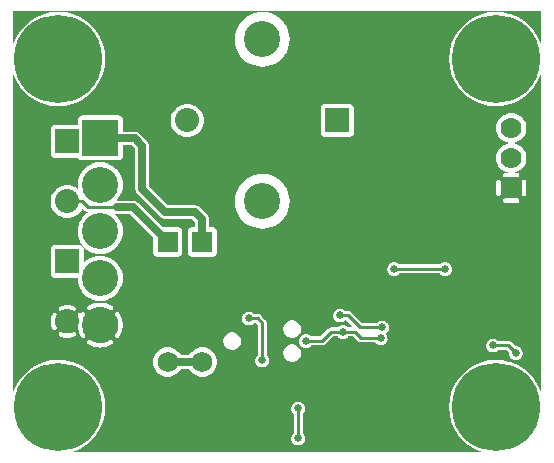
<source format=gbr>
G04 start of page 3 for group 1 idx 1 *
G04 Title: (unknown), bottom *
G04 Creator: pcb 20140316 *
G04 CreationDate: Mon 29 Jan 2018 01:11:03 AM GMT UTC *
G04 For: railfan *
G04 Format: Gerber/RS-274X *
G04 PCB-Dimensions (mil): 1800.00 1500.00 *
G04 PCB-Coordinate-Origin: lower left *
%MOIN*%
%FSLAX25Y25*%
%LNBOTTOM*%
%ADD50C,0.0380*%
%ADD49C,0.0600*%
%ADD48C,0.0390*%
%ADD47C,0.1285*%
%ADD46C,0.0480*%
%ADD45C,0.0120*%
%ADD44C,0.0260*%
%ADD43C,0.0680*%
%ADD42C,0.0800*%
%ADD41C,0.0700*%
%ADD40C,0.2937*%
%ADD39C,0.1200*%
%ADD38C,0.0250*%
%ADD37C,0.0100*%
%ADD36C,0.0001*%
G54D36*G36*
X36442Y46813D02*X36582Y46500D01*
X36764Y45967D01*
X36895Y45420D01*
X36974Y44862D01*
X37000Y44300D01*
X36974Y43738D01*
X36895Y43180D01*
X36764Y42633D01*
X36582Y42100D01*
X36442Y41787D01*
Y46813D01*
G37*
G36*
Y99213D02*X37235Y99214D01*
X37465Y99269D01*
X37683Y99359D01*
X37884Y99483D01*
X38064Y99636D01*
X38217Y99816D01*
X38341Y100017D01*
X38431Y100235D01*
X38486Y100465D01*
X38500Y100700D01*
X38496Y104250D01*
X41568D01*
X42750Y103068D01*
Y89588D01*
X42743Y89500D01*
X42771Y89147D01*
X42854Y88803D01*
X42989Y88475D01*
X43174Y88173D01*
X43174Y88173D01*
X43404Y87904D01*
X43471Y87847D01*
X50847Y80471D01*
X50904Y80404D01*
X51173Y80174D01*
X51173Y80174D01*
X51361Y80059D01*
X51475Y79989D01*
X51803Y79854D01*
X52147Y79771D01*
X52147D01*
X52500Y79743D01*
X52588Y79750D01*
X61500D01*
Y76886D01*
X61365Y76886D01*
X61135Y76831D01*
X60917Y76741D01*
X60716Y76617D01*
X60536Y76464D01*
X60383Y76284D01*
X60259Y76083D01*
X60169Y75865D01*
X60114Y75635D01*
X60100Y75400D01*
X60114Y68365D01*
X60169Y68135D01*
X60259Y67917D01*
X60383Y67716D01*
X60536Y67536D01*
X60716Y67383D01*
X60917Y67259D01*
X61135Y67169D01*
X61365Y67114D01*
X61500Y67106D01*
Y35447D01*
X61024Y34889D01*
X60632Y34250D01*
X57868D01*
X57476Y34889D01*
X56976Y35476D01*
X56389Y35976D01*
X55731Y36379D01*
X55019Y36675D01*
X54269Y36855D01*
X53500Y36915D01*
X52731Y36855D01*
X51981Y36675D01*
X51269Y36379D01*
X50611Y35976D01*
X50024Y35476D01*
X49524Y34889D01*
X49121Y34231D01*
X48825Y33519D01*
X48645Y32769D01*
X48585Y32000D01*
X48645Y31231D01*
X48825Y30481D01*
X49121Y29769D01*
X49524Y29111D01*
X50024Y28524D01*
X50611Y28024D01*
X51269Y27621D01*
X51981Y27325D01*
X52731Y27145D01*
X53500Y27085D01*
X54269Y27145D01*
X55019Y27325D01*
X55731Y27621D01*
X56389Y28024D01*
X56976Y28524D01*
X57476Y29111D01*
X57868Y29750D01*
X60632D01*
X61024Y29111D01*
X61500Y28553D01*
Y2000D01*
X36442D01*
Y39995D01*
X36522Y39967D01*
X36638Y39947D01*
X36757Y39946D01*
X36873Y39963D01*
X36986Y39998D01*
X37092Y40050D01*
X37188Y40118D01*
X37273Y40200D01*
X37342Y40296D01*
X37696Y40904D01*
X37985Y41547D01*
X38213Y42214D01*
X38376Y42899D01*
X38475Y43596D01*
X38508Y44300D01*
X38475Y45004D01*
X38376Y45701D01*
X38213Y46386D01*
X37985Y47053D01*
X37696Y47696D01*
X37349Y48308D01*
X37278Y48404D01*
X37193Y48487D01*
X37095Y48556D01*
X36989Y48609D01*
X36875Y48644D01*
X36757Y48661D01*
X36638Y48659D01*
X36521Y48639D01*
X36442Y48612D01*
Y54723D01*
X37086Y55478D01*
X37703Y56485D01*
X38155Y57575D01*
X38431Y58723D01*
X38500Y59900D01*
X38431Y61077D01*
X38155Y62225D01*
X37703Y63315D01*
X37086Y64322D01*
X36442Y65077D01*
Y70323D01*
X37086Y71078D01*
X37703Y72085D01*
X38155Y73175D01*
X38431Y74323D01*
X38500Y75500D01*
X38431Y76677D01*
X38155Y77825D01*
X37703Y78915D01*
X37086Y79922D01*
X36442Y80677D01*
Y81253D01*
X36500Y81250D01*
X41068D01*
X48603Y73715D01*
X48614Y68365D01*
X48669Y68135D01*
X48759Y67917D01*
X48883Y67716D01*
X49036Y67536D01*
X49216Y67383D01*
X49417Y67259D01*
X49635Y67169D01*
X49865Y67114D01*
X50100Y67100D01*
X57135Y67114D01*
X57365Y67169D01*
X57583Y67259D01*
X57784Y67383D01*
X57964Y67536D01*
X58117Y67716D01*
X58241Y67917D01*
X58331Y68135D01*
X58386Y68365D01*
X58400Y68600D01*
X58386Y75635D01*
X58331Y75865D01*
X58241Y76083D01*
X58117Y76284D01*
X57964Y76464D01*
X57784Y76617D01*
X57583Y76741D01*
X57365Y76831D01*
X57135Y76886D01*
X56900Y76900D01*
X51792Y76890D01*
X43653Y85029D01*
X43596Y85096D01*
X43327Y85326D01*
X43025Y85511D01*
X42697Y85646D01*
X42353Y85729D01*
X42353Y85729D01*
X42000Y85757D01*
X41912Y85750D01*
X36500D01*
X36442Y85747D01*
Y85923D01*
X37086Y86678D01*
X37703Y87685D01*
X38155Y88775D01*
X38431Y89923D01*
X38500Y91100D01*
X38431Y92277D01*
X38155Y93425D01*
X37703Y94515D01*
X37086Y95522D01*
X36442Y96277D01*
Y99213D01*
G37*
G36*
Y149000D02*X61500D01*
Y117796D01*
X60863Y117949D01*
X60000Y118017D01*
X59137Y117949D01*
X58295Y117747D01*
X57495Y117416D01*
X56757Y116963D01*
X56099Y116401D01*
X55537Y115743D01*
X55084Y115005D01*
X54753Y114205D01*
X54551Y113363D01*
X54483Y112500D01*
X54551Y111637D01*
X54753Y110795D01*
X55084Y109995D01*
X55537Y109257D01*
X56099Y108599D01*
X56757Y108037D01*
X57495Y107584D01*
X58295Y107253D01*
X59137Y107051D01*
X60000Y106983D01*
X60863Y107051D01*
X61500Y107204D01*
Y84250D01*
X53432D01*
X47250Y90432D01*
Y103912D01*
X47257Y104000D01*
X47229Y104353D01*
X47146Y104697D01*
X47107Y104793D01*
X47011Y105025D01*
X46896Y105212D01*
X46826Y105327D01*
X46826Y105327D01*
X46596Y105596D01*
X46529Y105653D01*
X44153Y108029D01*
X44096Y108096D01*
X43827Y108326D01*
X43525Y108511D01*
X43197Y108646D01*
X42853Y108729D01*
X42853Y108729D01*
X42500Y108757D01*
X42412Y108750D01*
X38491D01*
X38486Y112935D01*
X38431Y113165D01*
X38341Y113383D01*
X38217Y113584D01*
X38064Y113764D01*
X37884Y113917D01*
X37683Y114041D01*
X37465Y114131D01*
X37235Y114186D01*
X37000Y114200D01*
X36442Y114199D01*
Y149000D01*
G37*
G36*
Y80677D02*X36320Y80820D01*
X35593Y81440D01*
X35803Y81354D01*
X36147Y81271D01*
X36442Y81253D01*
Y80677D01*
G37*
G36*
Y85747D02*X36268Y85736D01*
X36320Y85780D01*
X36442Y85923D01*
Y85747D01*
G37*
G36*
X31003Y52377D02*X32177Y52469D01*
X33325Y52745D01*
X34415Y53197D01*
X35422Y53814D01*
X36320Y54580D01*
X36442Y54723D01*
Y48612D01*
X36408Y48601D01*
X36302Y48545D01*
X36207Y48474D01*
X36124Y48389D01*
X36055Y48291D01*
X36003Y48185D01*
X35967Y48071D01*
X35950Y47953D01*
X35952Y47834D01*
X35972Y47717D01*
X36010Y47604D01*
X36068Y47500D01*
X36351Y47014D01*
X36442Y46813D01*
Y41787D01*
X36351Y41586D01*
X36073Y41097D01*
X36016Y40994D01*
X35978Y40882D01*
X35958Y40765D01*
X35957Y40647D01*
X35974Y40531D01*
X36009Y40418D01*
X36061Y40312D01*
X36129Y40215D01*
X36211Y40131D01*
X36306Y40060D01*
X36410Y40005D01*
X36442Y39995D01*
Y2000D01*
X31003D01*
Y9834D01*
X31018Y9858D01*
X31962Y12138D01*
X32539Y14539D01*
X32684Y17000D01*
X32539Y19461D01*
X31962Y21862D01*
X31018Y24142D01*
X31003Y24166D01*
Y36792D01*
X31704Y36825D01*
X32401Y36924D01*
X33086Y37087D01*
X33753Y37315D01*
X34396Y37604D01*
X35008Y37951D01*
X35104Y38022D01*
X35187Y38107D01*
X35256Y38205D01*
X35309Y38311D01*
X35344Y38425D01*
X35361Y38543D01*
X35359Y38662D01*
X35339Y38779D01*
X35301Y38892D01*
X35245Y38998D01*
X35174Y39093D01*
X35089Y39176D01*
X34991Y39245D01*
X34885Y39297D01*
X34771Y39333D01*
X34653Y39350D01*
X34534Y39348D01*
X34417Y39328D01*
X34304Y39290D01*
X34200Y39232D01*
X33714Y38949D01*
X33200Y38718D01*
X32667Y38536D01*
X32120Y38405D01*
X31562Y38326D01*
X31003Y38300D01*
Y50300D01*
X31562Y50274D01*
X32120Y50195D01*
X32667Y50064D01*
X33200Y49882D01*
X33714Y49651D01*
X34203Y49373D01*
X34306Y49316D01*
X34418Y49278D01*
X34535Y49258D01*
X34653Y49257D01*
X34769Y49274D01*
X34882Y49309D01*
X34988Y49361D01*
X35085Y49429D01*
X35169Y49511D01*
X35240Y49606D01*
X35295Y49710D01*
X35333Y49822D01*
X35353Y49938D01*
X35354Y50057D01*
X35337Y50173D01*
X35302Y50286D01*
X35250Y50392D01*
X35182Y50488D01*
X35100Y50573D01*
X35004Y50642D01*
X34396Y50996D01*
X33753Y51285D01*
X33086Y51513D01*
X32401Y51676D01*
X31704Y51775D01*
X31003Y51808D01*
Y52377D01*
G37*
G36*
Y67977D02*X32177Y68069D01*
X33325Y68345D01*
X34415Y68797D01*
X35422Y69414D01*
X36320Y70180D01*
X36442Y70323D01*
Y65077D01*
X36320Y65220D01*
X35422Y65986D01*
X34415Y66603D01*
X33325Y67055D01*
X32177Y67331D01*
X31003Y67423D01*
Y67977D01*
G37*
G36*
Y99207D02*X36442Y99213D01*
Y96277D01*
X36320Y96420D01*
X35422Y97186D01*
X34415Y97803D01*
X33325Y98255D01*
X32177Y98531D01*
X31003Y98623D01*
Y99207D01*
G37*
G36*
Y125834D02*X31018Y125858D01*
X31962Y128138D01*
X32539Y130539D01*
X32684Y133000D01*
X32539Y135461D01*
X31962Y137862D01*
X31018Y140142D01*
X31003Y140166D01*
Y149000D01*
X36442D01*
Y114199D01*
X31003Y114193D01*
Y125834D01*
G37*
G36*
Y2000D02*X21705D01*
X21862Y2038D01*
X24142Y2982D01*
X26247Y4272D01*
X28124Y5876D01*
X29728Y7753D01*
X31003Y9834D01*
Y2000D01*
G37*
G36*
Y140166D02*X29728Y142247D01*
X28124Y144124D01*
X26247Y145728D01*
X24142Y147018D01*
X21862Y147962D01*
X19461Y148539D01*
X17000Y148732D01*
X14539Y148539D01*
X12138Y147962D01*
X9858Y147018D01*
X7753Y145728D01*
X5876Y144124D01*
X4272Y142247D01*
X2982Y140142D01*
X2038Y137862D01*
X2000Y137705D01*
Y149000D01*
X31003D01*
Y140166D01*
G37*
G36*
X24764Y55722D02*X24914Y55478D01*
X25680Y54580D01*
X26578Y53814D01*
X27585Y53197D01*
X28675Y52745D01*
X29823Y52469D01*
X31000Y52377D01*
X31003Y52377D01*
Y51808D01*
X31000Y51808D01*
X30296Y51775D01*
X29599Y51676D01*
X28914Y51513D01*
X28247Y51285D01*
X27604Y50996D01*
X26992Y50649D01*
X26896Y50578D01*
X26813Y50493D01*
X26744Y50395D01*
X26691Y50289D01*
X26656Y50175D01*
X26639Y50057D01*
X26641Y49938D01*
X26661Y49821D01*
X26699Y49708D01*
X26755Y49602D01*
X26826Y49507D01*
X26911Y49424D01*
X27009Y49355D01*
X27115Y49303D01*
X27229Y49267D01*
X27347Y49250D01*
X27466Y49252D01*
X27583Y49272D01*
X27696Y49310D01*
X27800Y49368D01*
X28286Y49651D01*
X28800Y49882D01*
X29333Y50064D01*
X29880Y50195D01*
X30438Y50274D01*
X31000Y50300D01*
X31003Y50300D01*
Y38300D01*
X31000Y38300D01*
X30438Y38326D01*
X29880Y38405D01*
X29333Y38536D01*
X28800Y38718D01*
X28286Y38949D01*
X27797Y39227D01*
X27694Y39284D01*
X27582Y39322D01*
X27465Y39342D01*
X27347Y39343D01*
X27231Y39326D01*
X27118Y39291D01*
X27012Y39239D01*
X26915Y39171D01*
X26831Y39089D01*
X26760Y38994D01*
X26705Y38890D01*
X26667Y38778D01*
X26647Y38662D01*
X26646Y38543D01*
X26663Y38427D01*
X26698Y38314D01*
X26750Y38208D01*
X26818Y38112D01*
X26900Y38027D01*
X26996Y37958D01*
X27604Y37604D01*
X28247Y37315D01*
X28914Y37087D01*
X29599Y36924D01*
X30296Y36825D01*
X31000Y36792D01*
X31003Y36792D01*
Y24166D01*
X29728Y26247D01*
X28124Y28124D01*
X26247Y29728D01*
X24764Y30636D01*
Y40154D01*
X24807Y40113D01*
X24905Y40044D01*
X25011Y39991D01*
X25125Y39956D01*
X25243Y39939D01*
X25362Y39941D01*
X25479Y39961D01*
X25592Y39999D01*
X25698Y40055D01*
X25793Y40126D01*
X25876Y40211D01*
X25945Y40309D01*
X25997Y40415D01*
X26033Y40529D01*
X26050Y40647D01*
X26048Y40766D01*
X26028Y40883D01*
X25990Y40996D01*
X25932Y41100D01*
X25649Y41586D01*
X25418Y42100D01*
X25236Y42633D01*
X25105Y43180D01*
X25077Y43382D01*
X25122Y43480D01*
X25289Y43969D01*
X25409Y44472D01*
X25482Y44984D01*
X25506Y45500D01*
X25482Y46016D01*
X25415Y46490D01*
X25418Y46500D01*
X25649Y47014D01*
X25927Y47503D01*
X25984Y47606D01*
X26022Y47718D01*
X26042Y47835D01*
X26043Y47953D01*
X26026Y48069D01*
X25991Y48182D01*
X25939Y48288D01*
X25871Y48385D01*
X25789Y48469D01*
X25694Y48540D01*
X25590Y48595D01*
X25478Y48633D01*
X25362Y48653D01*
X25243Y48654D01*
X25127Y48637D01*
X25014Y48602D01*
X24908Y48550D01*
X24812Y48482D01*
X24764Y48436D01*
Y55722D01*
G37*
G36*
Y71322D02*X24914Y71078D01*
X25680Y70180D01*
X26578Y69414D01*
X27585Y68797D01*
X28675Y68345D01*
X29823Y68069D01*
X31000Y67977D01*
X31003Y67977D01*
Y67423D01*
X31000Y67423D01*
X29823Y67331D01*
X28675Y67055D01*
X27585Y66603D01*
X26578Y65986D01*
X25680Y65220D01*
X25494Y65002D01*
X25486Y69735D01*
X25431Y69965D01*
X25341Y70183D01*
X25217Y70384D01*
X25064Y70564D01*
X24884Y70717D01*
X24764Y70791D01*
Y71322D01*
G37*
G36*
Y82749D02*X24916Y82995D01*
X25053Y83326D01*
X25898Y82481D01*
X25936Y82436D01*
X26116Y82283D01*
X26317Y82159D01*
X26535Y82069D01*
X26765Y82014D01*
X27000Y81995D01*
X27059Y82000D01*
X27253D01*
X26578Y81586D01*
X25680Y80820D01*
X24914Y79922D01*
X24764Y79678D01*
Y82749D01*
G37*
G36*
Y99214D02*X24765Y99214D01*
X25000Y99200D01*
X31003Y99207D01*
Y98623D01*
X31000Y98623D01*
X29823Y98531D01*
X28675Y98255D01*
X27585Y97803D01*
X26578Y97186D01*
X25680Y96420D01*
X24914Y95522D01*
X24764Y95278D01*
Y99214D01*
G37*
G36*
Y119364D02*X26247Y120272D01*
X28124Y121876D01*
X29728Y123753D01*
X31003Y125834D01*
Y114193D01*
X24765Y114186D01*
X24764Y114186D01*
Y119364D01*
G37*
G36*
X20002Y60007D02*X23486Y60013D01*
X23477Y59900D01*
X23569Y58723D01*
X23845Y57575D01*
X24297Y56485D01*
X24764Y55722D01*
Y48436D01*
X24727Y48400D01*
X24658Y48304D01*
X24646Y48283D01*
X24580Y48323D01*
X24471Y48369D01*
X24355Y48397D01*
X24237Y48406D01*
X24119Y48397D01*
X24003Y48370D01*
X23893Y48324D01*
X23792Y48262D01*
X23702Y48186D01*
X23624Y48095D01*
X23562Y47994D01*
X23516Y47885D01*
X23489Y47769D01*
X23479Y47651D01*
X23488Y47532D01*
X23516Y47417D01*
X23563Y47308D01*
X23721Y46968D01*
X23842Y46612D01*
X23851Y46574D01*
X23787Y46386D01*
X23624Y45701D01*
X23525Y45004D01*
X23492Y44300D01*
X23525Y43596D01*
X23525Y43594D01*
X23520Y43582D01*
X23493Y43467D01*
X23483Y43349D01*
X23493Y43232D01*
X23521Y43117D01*
X23566Y43008D01*
X23621Y42919D01*
X23624Y42899D01*
X23787Y42214D01*
X24015Y41547D01*
X24304Y40904D01*
X24651Y40292D01*
X24722Y40196D01*
X24764Y40154D01*
Y30636D01*
X24142Y31018D01*
X21862Y31962D01*
X20002Y32409D01*
Y39994D01*
X20516Y40018D01*
X21028Y40091D01*
X21531Y40211D01*
X22020Y40378D01*
X22492Y40590D01*
X22593Y40651D01*
X22684Y40728D01*
X22761Y40818D01*
X22823Y40920D01*
X22869Y41029D01*
X22897Y41145D01*
X22906Y41263D01*
X22897Y41381D01*
X22870Y41497D01*
X22824Y41607D01*
X22762Y41708D01*
X22686Y41798D01*
X22595Y41876D01*
X22494Y41938D01*
X22385Y41984D01*
X22269Y42011D01*
X22151Y42021D01*
X22032Y42012D01*
X21917Y41984D01*
X21808Y41937D01*
X21468Y41779D01*
X21112Y41658D01*
X20747Y41570D01*
X20375Y41518D01*
X20002Y41500D01*
Y49500D01*
X20375Y49482D01*
X20747Y49430D01*
X21112Y49342D01*
X21468Y49221D01*
X21810Y49067D01*
X21918Y49020D01*
X22033Y48993D01*
X22151Y48983D01*
X22268Y48993D01*
X22383Y49021D01*
X22492Y49066D01*
X22593Y49128D01*
X22682Y49205D01*
X22759Y49295D01*
X22820Y49395D01*
X22865Y49504D01*
X22893Y49619D01*
X22902Y49737D01*
X22892Y49855D01*
X22865Y49969D01*
X22819Y50078D01*
X22757Y50179D01*
X22681Y50269D01*
X22591Y50345D01*
X22489Y50405D01*
X22020Y50622D01*
X21531Y50789D01*
X21028Y50909D01*
X20516Y50982D01*
X20002Y51006D01*
Y60007D01*
G37*
G36*
Y79983D02*X20863Y80051D01*
X21705Y80253D01*
X22505Y80584D01*
X23243Y81037D01*
X23901Y81599D01*
X24463Y82257D01*
X24764Y82749D01*
Y79678D01*
X24297Y78915D01*
X23845Y77825D01*
X23569Y76677D01*
X23477Y75500D01*
X23569Y74323D01*
X23845Y73175D01*
X24297Y72085D01*
X24764Y71322D01*
Y70791D01*
X24683Y70841D01*
X24465Y70931D01*
X24235Y70986D01*
X24000Y71000D01*
X20002Y70993D01*
Y79983D01*
G37*
G36*
Y100007D02*X23662Y100013D01*
X23783Y99816D01*
X23936Y99636D01*
X24116Y99483D01*
X24317Y99359D01*
X24535Y99269D01*
X24764Y99214D01*
Y95278D01*
X24297Y94515D01*
X23845Y93425D01*
X23569Y92277D01*
X23477Y91100D01*
X23569Y89923D01*
X23642Y89623D01*
X23243Y89963D01*
X22505Y90416D01*
X21705Y90747D01*
X20863Y90949D01*
X20002Y91017D01*
Y100007D01*
G37*
G36*
Y117591D02*X21862Y118038D01*
X24142Y118982D01*
X24764Y119364D01*
Y114186D01*
X24535Y114131D01*
X24317Y114041D01*
X24116Y113917D01*
X23936Y113764D01*
X23783Y113584D01*
X23659Y113383D01*
X23569Y113165D01*
X23514Y112935D01*
X23500Y112700D01*
X23502Y110999D01*
X20002Y110993D01*
Y117591D01*
G37*
G36*
X15507Y60080D02*X15535Y60069D01*
X15765Y60014D01*
X16000Y60000D01*
X20002Y60007D01*
Y51006D01*
X20000Y51006D01*
X19484Y50982D01*
X18972Y50909D01*
X18469Y50789D01*
X17980Y50622D01*
X17508Y50410D01*
X17407Y50349D01*
X17316Y50272D01*
X17239Y50182D01*
X17177Y50080D01*
X17131Y49971D01*
X17103Y49855D01*
X17094Y49737D01*
X17103Y49619D01*
X17130Y49503D01*
X17176Y49393D01*
X17238Y49292D01*
X17314Y49202D01*
X17405Y49124D01*
X17506Y49062D01*
X17615Y49016D01*
X17731Y48989D01*
X17849Y48979D01*
X17968Y48988D01*
X18083Y49016D01*
X18192Y49063D01*
X18532Y49221D01*
X18888Y49342D01*
X19253Y49430D01*
X19625Y49482D01*
X20000Y49500D01*
X20002Y49500D01*
Y41500D01*
X20000Y41500D01*
X19625Y41518D01*
X19253Y41570D01*
X18888Y41658D01*
X18532Y41779D01*
X18190Y41933D01*
X18082Y41980D01*
X17967Y42007D01*
X17849Y42017D01*
X17732Y42007D01*
X17617Y41979D01*
X17508Y41934D01*
X17407Y41872D01*
X17318Y41795D01*
X17241Y41705D01*
X17180Y41605D01*
X17135Y41496D01*
X17107Y41381D01*
X17098Y41263D01*
X17108Y41145D01*
X17135Y41031D01*
X17181Y40922D01*
X17243Y40821D01*
X17319Y40731D01*
X17409Y40655D01*
X17511Y40595D01*
X17980Y40378D01*
X18469Y40211D01*
X18972Y40091D01*
X19484Y40018D01*
X20000Y39994D01*
X20002Y39994D01*
Y32409D01*
X19461Y32539D01*
X17000Y32732D01*
X15507Y32615D01*
Y42640D01*
X15529Y42631D01*
X15645Y42603D01*
X15763Y42594D01*
X15881Y42603D01*
X15997Y42630D01*
X16107Y42676D01*
X16208Y42738D01*
X16298Y42814D01*
X16376Y42905D01*
X16438Y43006D01*
X16484Y43115D01*
X16511Y43231D01*
X16521Y43349D01*
X16512Y43468D01*
X16484Y43583D01*
X16437Y43692D01*
X16279Y44032D01*
X16158Y44388D01*
X16070Y44753D01*
X16018Y45125D01*
X16000Y45500D01*
X16018Y45875D01*
X16070Y46247D01*
X16158Y46612D01*
X16279Y46968D01*
X16433Y47310D01*
X16480Y47418D01*
X16507Y47533D01*
X16517Y47651D01*
X16507Y47768D01*
X16479Y47883D01*
X16434Y47992D01*
X16372Y48093D01*
X16295Y48182D01*
X16205Y48259D01*
X16105Y48320D01*
X15996Y48365D01*
X15881Y48393D01*
X15763Y48402D01*
X15645Y48392D01*
X15531Y48365D01*
X15507Y48355D01*
Y60080D01*
G37*
G36*
Y82305D02*X15537Y82257D01*
X16099Y81599D01*
X16757Y81037D01*
X17495Y80584D01*
X18295Y80253D01*
X19137Y80051D01*
X20000Y79983D01*
X20002Y79983D01*
Y70993D01*
X15765Y70986D01*
X15535Y70931D01*
X15507Y70920D01*
Y82305D01*
G37*
G36*
Y100080D02*X15535Y100069D01*
X15765Y100014D01*
X16000Y100000D01*
X20002Y100007D01*
Y91017D01*
X20000Y91017D01*
X19137Y90949D01*
X18295Y90747D01*
X17495Y90416D01*
X16757Y89963D01*
X16099Y89401D01*
X15537Y88743D01*
X15507Y88695D01*
Y100080D01*
G37*
G36*
Y117385D02*X17000Y117268D01*
X19461Y117461D01*
X20002Y117591D01*
Y110993D01*
X15765Y110986D01*
X15535Y110931D01*
X15507Y110920D01*
Y117385D01*
G37*
G36*
X2000Y21705D02*Y128295D01*
X2038Y128138D01*
X2982Y125858D01*
X4272Y123753D01*
X5876Y121876D01*
X7753Y120272D01*
X9858Y118982D01*
X12138Y118038D01*
X14539Y117461D01*
X15507Y117385D01*
Y110920D01*
X15317Y110841D01*
X15116Y110717D01*
X14936Y110564D01*
X14783Y110384D01*
X14659Y110183D01*
X14569Y109965D01*
X14514Y109735D01*
X14500Y109500D01*
X14514Y101265D01*
X14569Y101035D01*
X14659Y100817D01*
X14783Y100616D01*
X14936Y100436D01*
X15116Y100283D01*
X15317Y100159D01*
X15507Y100080D01*
Y88695D01*
X15084Y88005D01*
X14753Y87205D01*
X14551Y86363D01*
X14483Y85500D01*
X14551Y84637D01*
X14753Y83795D01*
X15084Y82995D01*
X15507Y82305D01*
Y70920D01*
X15317Y70841D01*
X15116Y70717D01*
X14936Y70564D01*
X14783Y70384D01*
X14659Y70183D01*
X14569Y69965D01*
X14514Y69735D01*
X14500Y69500D01*
X14514Y61265D01*
X14569Y61035D01*
X14659Y60817D01*
X14783Y60616D01*
X14936Y60436D01*
X15116Y60283D01*
X15317Y60159D01*
X15507Y60080D01*
Y48355D01*
X15422Y48319D01*
X15321Y48257D01*
X15231Y48181D01*
X15155Y48091D01*
X15095Y47989D01*
X14878Y47520D01*
X14711Y47031D01*
X14591Y46528D01*
X14518Y46016D01*
X14494Y45500D01*
X14518Y44984D01*
X14591Y44472D01*
X14711Y43969D01*
X14878Y43480D01*
X15090Y43008D01*
X15151Y42907D01*
X15228Y42816D01*
X15318Y42739D01*
X15420Y42677D01*
X15507Y42640D01*
Y32615D01*
X14539Y32539D01*
X12138Y31962D01*
X9858Y31018D01*
X7753Y29728D01*
X5876Y28124D01*
X4272Y26247D01*
X2982Y24142D01*
X2038Y21862D01*
X2000Y21705D01*
G37*
G36*
X94995Y149000D02*X99500D01*
Y41307D01*
X99139Y41279D01*
X98787Y41194D01*
X98453Y41056D01*
X98144Y40866D01*
X97869Y40631D01*
X97634Y40356D01*
X97444Y40047D01*
X97306Y39713D01*
X97221Y39361D01*
X97193Y39000D01*
X97221Y38639D01*
X97306Y38287D01*
X97444Y37953D01*
X97634Y37644D01*
X97869Y37369D01*
X98144Y37134D01*
X98453Y36944D01*
X98787Y36806D01*
X99139Y36721D01*
X99500Y36693D01*
Y36000D01*
X97779D01*
X97637Y36343D01*
X97394Y36739D01*
X97092Y37092D01*
X96739Y37394D01*
X96343Y37637D01*
X95914Y37814D01*
X95463Y37923D01*
X95000Y37959D01*
X94995Y37959D01*
Y40041D01*
X95000Y40041D01*
X95463Y40077D01*
X95914Y40186D01*
X96343Y40363D01*
X96739Y40606D01*
X97092Y40908D01*
X97394Y41261D01*
X97637Y41657D01*
X97814Y42086D01*
X97923Y42537D01*
X97950Y43000D01*
X97923Y43463D01*
X97814Y43914D01*
X97637Y44343D01*
X97394Y44739D01*
X97092Y45092D01*
X96739Y45394D01*
X96343Y45637D01*
X95914Y45814D01*
X95463Y45923D01*
X95000Y45959D01*
X94995Y45959D01*
Y149000D01*
G37*
G36*
X84986D02*X94995D01*
Y45959D01*
X94537Y45923D01*
X94086Y45814D01*
X93657Y45637D01*
X93261Y45394D01*
X92908Y45092D01*
X92606Y44739D01*
X92363Y44343D01*
X92186Y43914D01*
X92077Y43463D01*
X92041Y43000D01*
X92077Y42537D01*
X92186Y42086D01*
X92363Y41657D01*
X92606Y41261D01*
X92908Y40908D01*
X93261Y40606D01*
X93657Y40363D01*
X94086Y40186D01*
X94537Y40077D01*
X94995Y40041D01*
Y37959D01*
X94537Y37923D01*
X94086Y37814D01*
X93657Y37637D01*
X93261Y37394D01*
X92908Y37092D01*
X92606Y36739D01*
X92363Y36343D01*
X92221Y36000D01*
X86500D01*
Y44941D01*
X86505Y45000D01*
X86486Y45235D01*
X86486Y45235D01*
X86431Y45465D01*
X86341Y45683D01*
X86217Y45884D01*
X86064Y46064D01*
X86019Y46102D01*
X84986Y47135D01*
Y76373D01*
X85000Y76372D01*
X86428Y76484D01*
X87821Y76819D01*
X89144Y77367D01*
X90365Y78115D01*
X91455Y79045D01*
X92385Y80135D01*
X93133Y81356D01*
X93681Y82679D01*
X94016Y84072D01*
X94100Y85500D01*
X94016Y86928D01*
X93681Y88321D01*
X93133Y89644D01*
X92385Y90865D01*
X91455Y91955D01*
X90365Y92885D01*
X89144Y93633D01*
X87821Y94181D01*
X86428Y94516D01*
X85000Y94628D01*
X84986Y94627D01*
Y130373D01*
X85000Y130372D01*
X86428Y130484D01*
X87821Y130819D01*
X89144Y131367D01*
X90365Y132115D01*
X91455Y133045D01*
X92385Y134135D01*
X93133Y135356D01*
X93681Y136679D01*
X94016Y138072D01*
X94100Y139500D01*
X94016Y140928D01*
X93681Y142321D01*
X93133Y143644D01*
X92385Y144865D01*
X91455Y145955D01*
X90365Y146885D01*
X89144Y147633D01*
X87821Y148181D01*
X86428Y148516D01*
X85000Y148628D01*
X84986Y148627D01*
Y149000D01*
G37*
G36*
X74995D02*X84986D01*
Y148627D01*
X83572Y148516D01*
X82179Y148181D01*
X80856Y147633D01*
X79635Y146885D01*
X78545Y145955D01*
X77615Y144865D01*
X76867Y143644D01*
X76319Y142321D01*
X75984Y140928D01*
X75872Y139500D01*
X75984Y138072D01*
X76319Y136679D01*
X76867Y135356D01*
X77615Y134135D01*
X78545Y133045D01*
X79635Y132115D01*
X80856Y131367D01*
X82179Y130819D01*
X83572Y130484D01*
X84986Y130373D01*
Y94627D01*
X83572Y94516D01*
X82179Y94181D01*
X80856Y93633D01*
X79635Y92885D01*
X78545Y91955D01*
X77615Y90865D01*
X76867Y89644D01*
X76319Y88321D01*
X75984Y86928D01*
X75872Y85500D01*
X75984Y84072D01*
X76319Y82679D01*
X76867Y81356D01*
X77615Y80135D01*
X78545Y79045D01*
X79635Y78115D01*
X80856Y77367D01*
X82179Y76819D01*
X83572Y76484D01*
X84986Y76373D01*
Y47135D01*
X84602Y47519D01*
X84564Y47564D01*
X84384Y47717D01*
X84183Y47841D01*
X83965Y47931D01*
X83735Y47986D01*
X83735Y47986D01*
X83500Y48005D01*
X83441Y48000D01*
X82244D01*
X82131Y48131D01*
X81856Y48366D01*
X81547Y48556D01*
X81213Y48694D01*
X80861Y48779D01*
X80500Y48807D01*
X80139Y48779D01*
X79787Y48694D01*
X79453Y48556D01*
X79144Y48366D01*
X78869Y48131D01*
X78634Y47856D01*
X78444Y47547D01*
X78306Y47213D01*
X78221Y46861D01*
X78193Y46500D01*
X78221Y46139D01*
X78306Y45787D01*
X78444Y45453D01*
X78634Y45144D01*
X78869Y44869D01*
X79144Y44634D01*
X79453Y44444D01*
X79787Y44306D01*
X80139Y44221D01*
X80500Y44193D01*
X80861Y44221D01*
X81213Y44306D01*
X81547Y44444D01*
X81856Y44634D01*
X82131Y44869D01*
X82244Y45000D01*
X82879D01*
X83500Y44379D01*
Y36000D01*
X74995D01*
Y36041D01*
X75000Y36041D01*
X75463Y36077D01*
X75914Y36186D01*
X76343Y36363D01*
X76739Y36606D01*
X77092Y36908D01*
X77394Y37261D01*
X77637Y37657D01*
X77814Y38086D01*
X77923Y38537D01*
X77950Y39000D01*
X77923Y39463D01*
X77814Y39914D01*
X77637Y40343D01*
X77394Y40739D01*
X77092Y41092D01*
X76739Y41394D01*
X76343Y41637D01*
X75914Y41814D01*
X75463Y41923D01*
X75000Y41959D01*
X74995Y41959D01*
Y149000D01*
G37*
G36*
X58000Y36000D02*Y67578D01*
X58117Y67716D01*
X58241Y67917D01*
X58331Y68135D01*
X58386Y68365D01*
X58400Y68600D01*
X58386Y75635D01*
X58331Y75865D01*
X58241Y76083D01*
X58117Y76284D01*
X58000Y76422D01*
Y79750D01*
X61568D01*
X62750Y78568D01*
Y76889D01*
X61365Y76886D01*
X61135Y76831D01*
X60917Y76741D01*
X60716Y76617D01*
X60536Y76464D01*
X60383Y76284D01*
X60259Y76083D01*
X60169Y75865D01*
X60114Y75635D01*
X60100Y75400D01*
X60114Y68365D01*
X60169Y68135D01*
X60259Y67917D01*
X60383Y67716D01*
X60536Y67536D01*
X60716Y67383D01*
X60917Y67259D01*
X61135Y67169D01*
X61365Y67114D01*
X61600Y67100D01*
X68635Y67114D01*
X68865Y67169D01*
X69083Y67259D01*
X69284Y67383D01*
X69464Y67536D01*
X69617Y67716D01*
X69741Y67917D01*
X69831Y68135D01*
X69886Y68365D01*
X69900Y68600D01*
X69886Y75635D01*
X69831Y75865D01*
X69741Y76083D01*
X69617Y76284D01*
X69464Y76464D01*
X69284Y76617D01*
X69083Y76741D01*
X68865Y76831D01*
X68635Y76886D01*
X68400Y76900D01*
X67250Y76898D01*
Y79412D01*
X67257Y79500D01*
X67229Y79853D01*
X67229Y79853D01*
X67146Y80197D01*
X67011Y80525D01*
X66826Y80827D01*
X66596Y81096D01*
X66529Y81153D01*
X64153Y83529D01*
X64096Y83596D01*
X63827Y83826D01*
X63525Y84011D01*
X63197Y84146D01*
X62853Y84229D01*
X62853Y84229D01*
X62500Y84257D01*
X62412Y84250D01*
X58000D01*
Y107375D01*
X58295Y107253D01*
X59137Y107051D01*
X60000Y106983D01*
X60863Y107051D01*
X61705Y107253D01*
X62505Y107584D01*
X63243Y108037D01*
X63901Y108599D01*
X64463Y109257D01*
X64916Y109995D01*
X65247Y110795D01*
X65449Y111637D01*
X65500Y112500D01*
X65449Y113363D01*
X65247Y114205D01*
X64916Y115005D01*
X64463Y115743D01*
X63901Y116401D01*
X63243Y116963D01*
X62505Y117416D01*
X61705Y117747D01*
X60863Y117949D01*
X60000Y118017D01*
X59137Y117949D01*
X58295Y117747D01*
X58000Y117625D01*
Y149000D01*
X74995D01*
Y41959D01*
X74537Y41923D01*
X74086Y41814D01*
X73657Y41637D01*
X73261Y41394D01*
X72908Y41092D01*
X72606Y40739D01*
X72363Y40343D01*
X72186Y39914D01*
X72077Y39463D01*
X72041Y39000D01*
X72077Y38537D01*
X72186Y38086D01*
X72363Y37657D01*
X72606Y37261D01*
X72908Y36908D01*
X73261Y36606D01*
X73657Y36363D01*
X74086Y36186D01*
X74537Y36077D01*
X74995Y36041D01*
Y36000D01*
X67851D01*
X67231Y36379D01*
X66519Y36675D01*
X65769Y36855D01*
X65000Y36915D01*
X64231Y36855D01*
X63481Y36675D01*
X62769Y36379D01*
X62149Y36000D01*
X58000D01*
G37*
G36*
X96996Y40826D02*X97092Y40908D01*
X97394Y41261D01*
X97637Y41657D01*
X97779Y42000D01*
X105879D01*
X104379Y40500D01*
X101244D01*
X101131Y40631D01*
X100856Y40866D01*
X100547Y41056D01*
X100213Y41194D01*
X99861Y41279D01*
X99500Y41307D01*
X99139Y41279D01*
X98787Y41194D01*
X98453Y41056D01*
X98144Y40866D01*
X97869Y40631D01*
X97634Y40356D01*
X97444Y40047D01*
X97306Y39713D01*
X97221Y39361D01*
X97193Y39000D01*
X97221Y38639D01*
X97306Y38287D01*
X97444Y37953D01*
X97634Y37644D01*
X97869Y37369D01*
X98144Y37134D01*
X98453Y36944D01*
X98787Y36806D01*
X99139Y36721D01*
X99500Y36693D01*
X99861Y36721D01*
X100213Y36806D01*
X100547Y36944D01*
X100856Y37134D01*
X101131Y37369D01*
X101244Y37500D01*
X104941D01*
X105000Y37495D01*
X105235Y37514D01*
X105235Y37514D01*
X105465Y37569D01*
X105683Y37659D01*
X105884Y37783D01*
X106064Y37936D01*
X106102Y37981D01*
X108621Y40500D01*
X110256D01*
X110369Y40369D01*
X110644Y40134D01*
X110953Y39944D01*
X111287Y39806D01*
X111639Y39721D01*
X112000Y39693D01*
X112361Y39721D01*
X112713Y39806D01*
X113047Y39944D01*
X113356Y40134D01*
X113631Y40369D01*
X113744Y40500D01*
X115379D01*
X116898Y38981D01*
X116936Y38936D01*
X117115Y38783D01*
X117116Y38783D01*
X117317Y38659D01*
X117535Y38569D01*
X117765Y38514D01*
X118000Y38495D01*
X118059Y38500D01*
X122756D01*
X122869Y38369D01*
X123144Y38134D01*
X123453Y37944D01*
X123787Y37806D01*
X124139Y37721D01*
X124500Y37693D01*
X124861Y37721D01*
X125213Y37806D01*
X125547Y37944D01*
X125856Y38134D01*
X126131Y38369D01*
X126366Y38644D01*
X126556Y38953D01*
X126694Y39287D01*
X126779Y39639D01*
X126800Y40000D01*
X126779Y40361D01*
X126694Y40713D01*
X126556Y41047D01*
X126366Y41356D01*
X126207Y41542D01*
X126356Y41634D01*
X126631Y41869D01*
X126744Y42000D01*
X145500D01*
Y2000D01*
X96996D01*
Y4193D01*
X97000Y4193D01*
X97361Y4221D01*
X97713Y4306D01*
X98047Y4444D01*
X98356Y4634D01*
X98631Y4869D01*
X98866Y5144D01*
X99056Y5453D01*
X99194Y5787D01*
X99279Y6139D01*
X99300Y6500D01*
X99279Y6861D01*
X99194Y7213D01*
X99056Y7547D01*
X98866Y7856D01*
X98631Y8131D01*
X98500Y8244D01*
Y14756D01*
X98631Y14869D01*
X98866Y15144D01*
X99056Y15453D01*
X99194Y15787D01*
X99279Y16139D01*
X99300Y16500D01*
X99279Y16861D01*
X99194Y17213D01*
X99056Y17547D01*
X98866Y17856D01*
X98631Y18131D01*
X98356Y18366D01*
X98047Y18556D01*
X97713Y18694D01*
X97361Y18779D01*
X97000Y18807D01*
X96996Y18807D01*
Y32826D01*
X97092Y32908D01*
X97394Y33261D01*
X97637Y33657D01*
X97814Y34086D01*
X97923Y34537D01*
X97950Y35000D01*
X97923Y35463D01*
X97814Y35914D01*
X97637Y36343D01*
X97394Y36739D01*
X97092Y37092D01*
X96996Y37174D01*
Y40826D01*
G37*
G36*
X74995Y42000D02*X83500D01*
Y34244D01*
X83369Y34131D01*
X83134Y33856D01*
X82944Y33547D01*
X82806Y33213D01*
X82721Y32861D01*
X82693Y32500D01*
X82721Y32139D01*
X82806Y31787D01*
X82944Y31453D01*
X83134Y31144D01*
X83369Y30869D01*
X83644Y30634D01*
X83953Y30444D01*
X84287Y30306D01*
X84639Y30221D01*
X85000Y30193D01*
X85361Y30221D01*
X85713Y30306D01*
X86047Y30444D01*
X86356Y30634D01*
X86631Y30869D01*
X86866Y31144D01*
X87056Y31453D01*
X87194Y31787D01*
X87279Y32139D01*
X87300Y32500D01*
X87279Y32861D01*
X87194Y33213D01*
X87056Y33547D01*
X86866Y33856D01*
X86631Y34131D01*
X86500Y34244D01*
Y42000D01*
X92221D01*
X92363Y41657D01*
X92606Y41261D01*
X92908Y40908D01*
X93261Y40606D01*
X93657Y40363D01*
X94086Y40186D01*
X94537Y40077D01*
X95000Y40041D01*
X95463Y40077D01*
X95914Y40186D01*
X96343Y40363D01*
X96739Y40606D01*
X96996Y40826D01*
Y37174D01*
X96739Y37394D01*
X96343Y37637D01*
X95914Y37814D01*
X95463Y37923D01*
X95000Y37959D01*
X94537Y37923D01*
X94086Y37814D01*
X93657Y37637D01*
X93261Y37394D01*
X92908Y37092D01*
X92606Y36739D01*
X92363Y36343D01*
X92186Y35914D01*
X92077Y35463D01*
X92041Y35000D01*
X92077Y34537D01*
X92186Y34086D01*
X92363Y33657D01*
X92606Y33261D01*
X92908Y32908D01*
X93261Y32606D01*
X93657Y32363D01*
X94086Y32186D01*
X94537Y32077D01*
X95000Y32041D01*
X95463Y32077D01*
X95914Y32186D01*
X96343Y32363D01*
X96739Y32606D01*
X96996Y32826D01*
Y18807D01*
X96639Y18779D01*
X96287Y18694D01*
X95953Y18556D01*
X95644Y18366D01*
X95369Y18131D01*
X95134Y17856D01*
X94944Y17547D01*
X94806Y17213D01*
X94721Y16861D01*
X94693Y16500D01*
X94721Y16139D01*
X94806Y15787D01*
X94944Y15453D01*
X95134Y15144D01*
X95369Y14869D01*
X95500Y14756D01*
Y8244D01*
X95369Y8131D01*
X95134Y7856D01*
X94944Y7547D01*
X94806Y7213D01*
X94721Y6861D01*
X94693Y6500D01*
X94721Y6139D01*
X94806Y5787D01*
X94944Y5453D01*
X95134Y5144D01*
X95369Y4869D01*
X95644Y4634D01*
X95953Y4444D01*
X96287Y4306D01*
X96639Y4221D01*
X96996Y4193D01*
Y2000D01*
X74995D01*
Y36041D01*
X75000Y36041D01*
X75463Y36077D01*
X75914Y36186D01*
X76343Y36363D01*
X76739Y36606D01*
X77092Y36908D01*
X77394Y37261D01*
X77637Y37657D01*
X77814Y38086D01*
X77923Y38537D01*
X77950Y39000D01*
X77923Y39463D01*
X77814Y39914D01*
X77637Y40343D01*
X77394Y40739D01*
X77092Y41092D01*
X76739Y41394D01*
X76343Y41637D01*
X75914Y41814D01*
X75463Y41923D01*
X75000Y41959D01*
X74995Y41959D01*
Y42000D01*
G37*
G36*
X59242D02*X74995D01*
Y41959D01*
X74537Y41923D01*
X74086Y41814D01*
X73657Y41637D01*
X73261Y41394D01*
X72908Y41092D01*
X72606Y40739D01*
X72363Y40343D01*
X72186Y39914D01*
X72077Y39463D01*
X72041Y39000D01*
X72077Y38537D01*
X72186Y38086D01*
X72363Y37657D01*
X72606Y37261D01*
X72908Y36908D01*
X73261Y36606D01*
X73657Y36363D01*
X74086Y36186D01*
X74537Y36077D01*
X74995Y36041D01*
Y2000D01*
X59242D01*
Y29750D01*
X60632D01*
X61024Y29111D01*
X61524Y28524D01*
X62111Y28024D01*
X62769Y27621D01*
X63481Y27325D01*
X64231Y27145D01*
X65000Y27085D01*
X65769Y27145D01*
X66519Y27325D01*
X67231Y27621D01*
X67889Y28024D01*
X68476Y28524D01*
X68976Y29111D01*
X69379Y29769D01*
X69675Y30481D01*
X69855Y31231D01*
X69900Y32000D01*
X69855Y32769D01*
X69675Y33519D01*
X69379Y34231D01*
X68976Y34889D01*
X68476Y35476D01*
X67889Y35976D01*
X67231Y36379D01*
X66519Y36675D01*
X65769Y36855D01*
X65000Y36915D01*
X64231Y36855D01*
X63481Y36675D01*
X62769Y36379D01*
X62111Y35976D01*
X61524Y35476D01*
X61024Y34889D01*
X60632Y34250D01*
X59242D01*
Y42000D01*
G37*
G36*
X43500Y2000D02*Y42000D01*
X59242D01*
Y34250D01*
X57868D01*
X57476Y34889D01*
X56976Y35476D01*
X56389Y35976D01*
X55731Y36379D01*
X55019Y36675D01*
X54269Y36855D01*
X53500Y36915D01*
X52731Y36855D01*
X51981Y36675D01*
X51269Y36379D01*
X50611Y35976D01*
X50024Y35476D01*
X49524Y34889D01*
X49121Y34231D01*
X48825Y33519D01*
X48645Y32769D01*
X48585Y32000D01*
X48645Y31231D01*
X48825Y30481D01*
X49121Y29769D01*
X49524Y29111D01*
X50024Y28524D01*
X50611Y28024D01*
X51269Y27621D01*
X51981Y27325D01*
X52731Y27145D01*
X53500Y27085D01*
X54269Y27145D01*
X55019Y27325D01*
X55731Y27621D01*
X56389Y28024D01*
X56976Y28524D01*
X57476Y29111D01*
X57868Y29750D01*
X59242D01*
Y2000D01*
X43500D01*
G37*
G36*
X112246Y45566D02*X112356Y45634D01*
X112631Y45869D01*
X112744Y46000D01*
X112879D01*
X115379Y43500D01*
X113744D01*
X113631Y43631D01*
X113356Y43866D01*
X113047Y44056D01*
X112713Y44194D01*
X112361Y44279D01*
X112246Y44288D01*
Y45566D01*
G37*
G36*
X145500Y30000D02*X112246D01*
Y39712D01*
X112361Y39721D01*
X112713Y39806D01*
X113047Y39944D01*
X113356Y40134D01*
X113631Y40369D01*
X113744Y40500D01*
X115379D01*
X116898Y38981D01*
X116936Y38936D01*
X117115Y38783D01*
X117116Y38783D01*
X117317Y38659D01*
X117535Y38569D01*
X117765Y38514D01*
X118000Y38495D01*
X118059Y38500D01*
X122756D01*
X122869Y38369D01*
X123144Y38134D01*
X123453Y37944D01*
X123787Y37806D01*
X124139Y37721D01*
X124500Y37693D01*
X124861Y37721D01*
X125213Y37806D01*
X125547Y37944D01*
X125856Y38134D01*
X126131Y38369D01*
X126366Y38644D01*
X126556Y38953D01*
X126694Y39287D01*
X126779Y39639D01*
X126800Y40000D01*
X126779Y40361D01*
X126694Y40713D01*
X126556Y41047D01*
X126366Y41356D01*
X126207Y41542D01*
X126356Y41634D01*
X126631Y41869D01*
X126866Y42144D01*
X127056Y42453D01*
X127194Y42787D01*
X127279Y43139D01*
X127300Y43500D01*
X127279Y43861D01*
X127194Y44213D01*
X127056Y44547D01*
X126866Y44856D01*
X126631Y45131D01*
X126356Y45366D01*
X126047Y45556D01*
X125713Y45694D01*
X125361Y45779D01*
X125000Y45807D01*
X124639Y45779D01*
X124287Y45694D01*
X123953Y45556D01*
X123644Y45366D01*
X123369Y45131D01*
X123256Y45000D01*
X118121D01*
X114602Y48519D01*
X114564Y48564D01*
X114384Y48717D01*
X114183Y48841D01*
X113965Y48931D01*
X113735Y48986D01*
X113735Y48986D01*
X113500Y49005D01*
X113441Y49000D01*
X112744D01*
X112631Y49131D01*
X112356Y49366D01*
X112246Y49434D01*
Y107011D01*
X114235Y107014D01*
X114465Y107069D01*
X114683Y107159D01*
X114884Y107283D01*
X115064Y107436D01*
X115217Y107616D01*
X115341Y107817D01*
X115431Y108035D01*
X115486Y108265D01*
X115500Y108500D01*
X115486Y116735D01*
X115431Y116965D01*
X115341Y117183D01*
X115217Y117384D01*
X115064Y117564D01*
X114884Y117717D01*
X114683Y117841D01*
X114465Y117931D01*
X114235Y117986D01*
X114000Y118000D01*
X112246Y117997D01*
Y149000D01*
X145500D01*
Y65245D01*
X145287Y65194D01*
X144953Y65056D01*
X144644Y64866D01*
X144369Y64631D01*
X144256Y64500D01*
X130744D01*
X130631Y64631D01*
X130356Y64866D01*
X130047Y65056D01*
X129713Y65194D01*
X129361Y65279D01*
X129000Y65307D01*
X128639Y65279D01*
X128287Y65194D01*
X127953Y65056D01*
X127644Y64866D01*
X127369Y64631D01*
X127134Y64356D01*
X126944Y64047D01*
X126806Y63713D01*
X126721Y63361D01*
X126693Y63000D01*
X126721Y62639D01*
X126806Y62287D01*
X126944Y61953D01*
X127134Y61644D01*
X127369Y61369D01*
X127644Y61134D01*
X127953Y60944D01*
X128287Y60806D01*
X128639Y60721D01*
X129000Y60693D01*
X129361Y60721D01*
X129713Y60806D01*
X130047Y60944D01*
X130356Y61134D01*
X130631Y61369D01*
X130744Y61500D01*
X144256D01*
X144369Y61369D01*
X144644Y61134D01*
X144953Y60944D01*
X145287Y60806D01*
X145500Y60755D01*
Y30000D01*
G37*
G36*
X82746Y45000D02*X82879D01*
X83500Y44379D01*
Y34244D01*
X83369Y34131D01*
X83134Y33856D01*
X82944Y33547D01*
X82806Y33213D01*
X82746Y32966D01*
Y45000D01*
G37*
G36*
X112246Y30000D02*X94995D01*
Y32041D01*
X95000Y32041D01*
X95463Y32077D01*
X95914Y32186D01*
X96343Y32363D01*
X96739Y32606D01*
X97092Y32908D01*
X97394Y33261D01*
X97637Y33657D01*
X97814Y34086D01*
X97923Y34537D01*
X97950Y35000D01*
X97923Y35463D01*
X97814Y35914D01*
X97637Y36343D01*
X97394Y36739D01*
X97092Y37092D01*
X96739Y37394D01*
X96343Y37637D01*
X95914Y37814D01*
X95463Y37923D01*
X95000Y37959D01*
X94995Y37959D01*
Y40041D01*
X95000Y40041D01*
X95463Y40077D01*
X95914Y40186D01*
X96343Y40363D01*
X96739Y40606D01*
X97092Y40908D01*
X97394Y41261D01*
X97637Y41657D01*
X97814Y42086D01*
X97923Y42537D01*
X97950Y43000D01*
X97923Y43463D01*
X97814Y43914D01*
X97637Y44343D01*
X97394Y44739D01*
X97092Y45092D01*
X96739Y45394D01*
X96343Y45637D01*
X95914Y45814D01*
X95463Y45923D01*
X95000Y45959D01*
X94995Y45959D01*
Y149000D01*
X112246D01*
Y117997D01*
X105765Y117986D01*
X105535Y117931D01*
X105317Y117841D01*
X105116Y117717D01*
X104936Y117564D01*
X104783Y117384D01*
X104659Y117183D01*
X104569Y116965D01*
X104514Y116735D01*
X104500Y116500D01*
X104514Y108265D01*
X104569Y108035D01*
X104659Y107817D01*
X104783Y107616D01*
X104936Y107436D01*
X105116Y107283D01*
X105317Y107159D01*
X105535Y107069D01*
X105765Y107014D01*
X106000Y107000D01*
X112246Y107011D01*
Y49434D01*
X112047Y49556D01*
X111713Y49694D01*
X111361Y49779D01*
X111000Y49807D01*
X110639Y49779D01*
X110287Y49694D01*
X109953Y49556D01*
X109644Y49366D01*
X109369Y49131D01*
X109134Y48856D01*
X108944Y48547D01*
X108806Y48213D01*
X108721Y47861D01*
X108693Y47500D01*
X108721Y47139D01*
X108806Y46787D01*
X108944Y46453D01*
X109134Y46144D01*
X109369Y45869D01*
X109644Y45634D01*
X109953Y45444D01*
X110287Y45306D01*
X110639Y45221D01*
X111000Y45193D01*
X111361Y45221D01*
X111713Y45306D01*
X112047Y45444D01*
X112246Y45566D01*
Y44288D01*
X112000Y44307D01*
X111639Y44279D01*
X111287Y44194D01*
X110953Y44056D01*
X110644Y43866D01*
X110369Y43631D01*
X110256Y43500D01*
X108059D01*
X108000Y43505D01*
X107765Y43486D01*
X107535Y43431D01*
X107317Y43341D01*
X107116Y43217D01*
X107115Y43217D01*
X106936Y43064D01*
X106898Y43019D01*
X104379Y40500D01*
X101244D01*
X101131Y40631D01*
X100856Y40866D01*
X100547Y41056D01*
X100213Y41194D01*
X99861Y41279D01*
X99500Y41307D01*
X99139Y41279D01*
X98787Y41194D01*
X98453Y41056D01*
X98144Y40866D01*
X97869Y40631D01*
X97634Y40356D01*
X97444Y40047D01*
X97306Y39713D01*
X97221Y39361D01*
X97193Y39000D01*
X97221Y38639D01*
X97306Y38287D01*
X97444Y37953D01*
X97634Y37644D01*
X97869Y37369D01*
X98144Y37134D01*
X98453Y36944D01*
X98787Y36806D01*
X99139Y36721D01*
X99500Y36693D01*
X99861Y36721D01*
X100213Y36806D01*
X100547Y36944D01*
X100856Y37134D01*
X101131Y37369D01*
X101244Y37500D01*
X104941D01*
X105000Y37495D01*
X105235Y37514D01*
X105235Y37514D01*
X105465Y37569D01*
X105683Y37659D01*
X105884Y37783D01*
X106064Y37936D01*
X106102Y37981D01*
X108621Y40500D01*
X110256D01*
X110369Y40369D01*
X110644Y40134D01*
X110953Y39944D01*
X111287Y39806D01*
X111639Y39721D01*
X112000Y39693D01*
X112246Y39712D01*
Y30000D01*
G37*
G36*
X94995D02*X82746D01*
Y32034D01*
X82806Y31787D01*
X82944Y31453D01*
X83134Y31144D01*
X83369Y30869D01*
X83644Y30634D01*
X83953Y30444D01*
X84287Y30306D01*
X84639Y30221D01*
X85000Y30193D01*
X85361Y30221D01*
X85713Y30306D01*
X86047Y30444D01*
X86356Y30634D01*
X86631Y30869D01*
X86866Y31144D01*
X87056Y31453D01*
X87194Y31787D01*
X87279Y32139D01*
X87300Y32500D01*
X87279Y32861D01*
X87194Y33213D01*
X87056Y33547D01*
X86866Y33856D01*
X86631Y34131D01*
X86500Y34244D01*
Y44941D01*
X86505Y45000D01*
X86486Y45235D01*
X86486Y45235D01*
X86431Y45465D01*
X86341Y45683D01*
X86217Y45884D01*
X86064Y46064D01*
X86019Y46102D01*
X84602Y47519D01*
X84564Y47564D01*
X84384Y47717D01*
X84183Y47841D01*
X83965Y47931D01*
X83735Y47986D01*
X83735Y47986D01*
X83500Y48005D01*
X83441Y48000D01*
X82746D01*
Y76683D01*
X83572Y76484D01*
X85000Y76372D01*
X86428Y76484D01*
X87821Y76819D01*
X89144Y77367D01*
X90365Y78115D01*
X91455Y79045D01*
X92385Y80135D01*
X93133Y81356D01*
X93681Y82679D01*
X94016Y84072D01*
X94100Y85500D01*
X94016Y86928D01*
X93681Y88321D01*
X93133Y89644D01*
X92385Y90865D01*
X91455Y91955D01*
X90365Y92885D01*
X89144Y93633D01*
X87821Y94181D01*
X86428Y94516D01*
X85000Y94628D01*
X83572Y94516D01*
X82746Y94317D01*
Y130683D01*
X83572Y130484D01*
X85000Y130372D01*
X86428Y130484D01*
X87821Y130819D01*
X89144Y131367D01*
X90365Y132115D01*
X91455Y133045D01*
X92385Y134135D01*
X93133Y135356D01*
X93681Y136679D01*
X94016Y138072D01*
X94100Y139500D01*
X94016Y140928D01*
X93681Y142321D01*
X93133Y143644D01*
X92385Y144865D01*
X91455Y145955D01*
X90365Y146885D01*
X89144Y147633D01*
X87821Y148181D01*
X86428Y148516D01*
X85000Y148628D01*
X83572Y148516D01*
X82746Y148317D01*
Y149000D01*
X94995D01*
Y45959D01*
X94537Y45923D01*
X94086Y45814D01*
X93657Y45637D01*
X93261Y45394D01*
X92908Y45092D01*
X92606Y44739D01*
X92363Y44343D01*
X92186Y43914D01*
X92077Y43463D01*
X92041Y43000D01*
X92077Y42537D01*
X92186Y42086D01*
X92363Y41657D01*
X92606Y41261D01*
X92908Y40908D01*
X93261Y40606D01*
X93657Y40363D01*
X94086Y40186D01*
X94537Y40077D01*
X94995Y40041D01*
Y37959D01*
X94537Y37923D01*
X94086Y37814D01*
X93657Y37637D01*
X93261Y37394D01*
X92908Y37092D01*
X92606Y36739D01*
X92363Y36343D01*
X92186Y35914D01*
X92077Y35463D01*
X92041Y35000D01*
X92077Y34537D01*
X92186Y34086D01*
X92363Y33657D01*
X92606Y33261D01*
X92908Y32908D01*
X93261Y32606D01*
X93657Y32363D01*
X94086Y32186D01*
X94537Y32077D01*
X94995Y32041D01*
Y30000D01*
G37*
G36*
X82746Y148317D02*X82179Y148181D01*
X80856Y147633D01*
X79635Y146885D01*
X78545Y145955D01*
X77615Y144865D01*
X77500Y144677D01*
Y149000D01*
X82746D01*
Y148317D01*
G37*
G36*
Y94317D02*X82179Y94181D01*
X80856Y93633D01*
X79635Y92885D01*
X78545Y91955D01*
X77615Y90865D01*
X77500Y90677D01*
Y134323D01*
X77615Y134135D01*
X78545Y133045D01*
X79635Y132115D01*
X80856Y131367D01*
X82179Y130819D01*
X82746Y130683D01*
Y94317D01*
G37*
G36*
Y30000D02*X77500D01*
Y37434D01*
X77637Y37657D01*
X77814Y38086D01*
X77923Y38537D01*
X77950Y39000D01*
X77923Y39463D01*
X77814Y39914D01*
X77637Y40343D01*
X77500Y40566D01*
Y80323D01*
X77615Y80135D01*
X78545Y79045D01*
X79635Y78115D01*
X80856Y77367D01*
X82179Y76819D01*
X82746Y76683D01*
Y48000D01*
X82244D01*
X82131Y48131D01*
X81856Y48366D01*
X81547Y48556D01*
X81213Y48694D01*
X80861Y48779D01*
X80500Y48807D01*
X80139Y48779D01*
X79787Y48694D01*
X79453Y48556D01*
X79144Y48366D01*
X78869Y48131D01*
X78634Y47856D01*
X78444Y47547D01*
X78306Y47213D01*
X78221Y46861D01*
X78193Y46500D01*
X78221Y46139D01*
X78306Y45787D01*
X78444Y45453D01*
X78634Y45144D01*
X78869Y44869D01*
X79144Y44634D01*
X79453Y44444D01*
X79787Y44306D01*
X80139Y44221D01*
X80500Y44193D01*
X80861Y44221D01*
X81213Y44306D01*
X81547Y44444D01*
X81856Y44634D01*
X82131Y44869D01*
X82244Y45000D01*
X82746D01*
Y32966D01*
X82721Y32861D01*
X82693Y32500D01*
X82721Y32139D01*
X82746Y32034D01*
Y30000D01*
G37*
G36*
X165746Y105522D02*X166450Y105230D01*
X167215Y105046D01*
X167804Y105000D01*
X167215Y104954D01*
X166450Y104770D01*
X165746Y104478D01*
Y105522D01*
G37*
G36*
X166000Y95000D02*X165882Y94993D01*
X165768Y94965D01*
X165746Y94957D01*
Y95522D01*
X166450Y95230D01*
X167215Y95046D01*
X167804Y95000D01*
X166000D01*
G37*
G36*
X172250Y120275D02*X174124Y121876D01*
X175728Y123753D01*
X177018Y125858D01*
X177962Y128138D01*
X178000Y128295D01*
Y21705D01*
X177962Y21862D01*
X177018Y24142D01*
X175728Y26247D01*
X174124Y28124D01*
X172250Y29725D01*
Y87248D01*
X172368Y87257D01*
X172482Y87285D01*
X172592Y87330D01*
X172692Y87391D01*
X172782Y87468D01*
X172859Y87558D01*
X172920Y87658D01*
X172965Y87768D01*
X172993Y87882D01*
X173000Y88000D01*
Y92000D01*
X172993Y92118D01*
X172965Y92232D01*
X172920Y92342D01*
X172859Y92442D01*
X172782Y92532D01*
X172692Y92609D01*
X172592Y92670D01*
X172482Y92715D01*
X172368Y92743D01*
X172250Y92752D01*
Y97366D01*
X172469Y97723D01*
X172770Y98450D01*
X172954Y99215D01*
X173000Y100000D01*
X172954Y100785D01*
X172770Y101550D01*
X172469Y102277D01*
X172250Y102634D01*
Y107366D01*
X172469Y107723D01*
X172770Y108450D01*
X172954Y109215D01*
X173000Y110000D01*
X172954Y110785D01*
X172770Y111550D01*
X172469Y112277D01*
X172250Y112634D01*
Y120275D01*
G37*
G36*
Y102634D02*X172058Y102948D01*
X171546Y103546D01*
X170948Y104058D01*
X170277Y104469D01*
X169550Y104770D01*
X168785Y104954D01*
X168196Y105000D01*
X168785Y105046D01*
X169550Y105230D01*
X170277Y105531D01*
X170948Y105942D01*
X171546Y106454D01*
X172058Y107052D01*
X172250Y107366D01*
Y102634D01*
G37*
G36*
Y29725D02*X172247Y29728D01*
X170142Y31018D01*
X167862Y31962D01*
X165746Y32470D01*
Y36000D01*
X166379D01*
X167206Y35172D01*
X167193Y35000D01*
X167221Y34639D01*
X167306Y34287D01*
X167444Y33953D01*
X167634Y33644D01*
X167869Y33369D01*
X168144Y33134D01*
X168453Y32944D01*
X168787Y32806D01*
X169139Y32721D01*
X169500Y32693D01*
X169861Y32721D01*
X170213Y32806D01*
X170547Y32944D01*
X170856Y33134D01*
X171131Y33369D01*
X171366Y33644D01*
X171556Y33953D01*
X171694Y34287D01*
X171779Y34639D01*
X171800Y35000D01*
X171779Y35361D01*
X171694Y35713D01*
X171556Y36047D01*
X171366Y36356D01*
X171131Y36631D01*
X170856Y36866D01*
X170547Y37056D01*
X170213Y37194D01*
X169861Y37279D01*
X169500Y37307D01*
X169328Y37294D01*
X168102Y38519D01*
X168064Y38564D01*
X167884Y38717D01*
X167683Y38841D01*
X167465Y38931D01*
X167235Y38986D01*
X167235Y38986D01*
X167000Y39005D01*
X166941Y39000D01*
X165746D01*
Y85043D01*
X165768Y85035D01*
X165882Y85007D01*
X166000Y85000D01*
X170000D01*
X170118Y85007D01*
X170232Y85035D01*
X170342Y85080D01*
X170442Y85141D01*
X170532Y85218D01*
X170609Y85308D01*
X170670Y85408D01*
X170715Y85518D01*
X170743Y85632D01*
X170752Y85750D01*
X170743Y85868D01*
X170715Y85982D01*
X170670Y86092D01*
X170609Y86192D01*
X170532Y86282D01*
X170442Y86359D01*
X170342Y86420D01*
X170232Y86465D01*
X170118Y86493D01*
X170000Y86500D01*
X166000D01*
X165882Y86493D01*
X165768Y86465D01*
X165746Y86457D01*
Y93543D01*
X165768Y93535D01*
X165882Y93507D01*
X166000Y93500D01*
X170000D01*
X170118Y93507D01*
X170232Y93535D01*
X170342Y93580D01*
X170442Y93641D01*
X170532Y93718D01*
X170609Y93808D01*
X170670Y93908D01*
X170715Y94018D01*
X170743Y94132D01*
X170752Y94250D01*
X170743Y94368D01*
X170715Y94482D01*
X170670Y94592D01*
X170609Y94692D01*
X170532Y94782D01*
X170442Y94859D01*
X170342Y94920D01*
X170232Y94965D01*
X170118Y94993D01*
X170000Y95000D01*
X168196D01*
X168785Y95046D01*
X169550Y95230D01*
X170277Y95531D01*
X170948Y95942D01*
X171546Y96454D01*
X172058Y97052D01*
X172250Y97366D01*
Y92752D01*
X172132Y92743D01*
X172018Y92715D01*
X171908Y92670D01*
X171808Y92609D01*
X171718Y92532D01*
X171641Y92442D01*
X171580Y92342D01*
X171535Y92232D01*
X171507Y92118D01*
X171500Y92000D01*
Y88000D01*
X171507Y87882D01*
X171535Y87768D01*
X171580Y87658D01*
X171641Y87558D01*
X171718Y87468D01*
X171808Y87391D01*
X171908Y87330D01*
X172018Y87285D01*
X172132Y87257D01*
X172250Y87248D01*
Y29725D01*
G37*
G36*
X165746Y117530D02*X167862Y118038D01*
X170142Y118982D01*
X172247Y120272D01*
X172250Y120275D01*
Y112634D01*
X172058Y112948D01*
X171546Y113546D01*
X170948Y114058D01*
X170277Y114469D01*
X169550Y114770D01*
X168785Y114954D01*
X168000Y115015D01*
X167215Y114954D01*
X166450Y114770D01*
X165746Y114478D01*
Y117530D01*
G37*
G36*
Y149000D02*X178000D01*
Y137705D01*
X177962Y137862D01*
X177018Y140142D01*
X175728Y142247D01*
X174124Y144124D01*
X172247Y145728D01*
X170142Y147018D01*
X167862Y147962D01*
X165746Y148470D01*
Y149000D01*
G37*
G36*
X163750Y36000D02*X165746D01*
Y32470D01*
X165461Y32539D01*
X163750Y32673D01*
Y36000D01*
G37*
G36*
Y97366D02*X163942Y97052D01*
X164454Y96454D01*
X165052Y95942D01*
X165723Y95531D01*
X165746Y95522D01*
Y94957D01*
X165658Y94920D01*
X165558Y94859D01*
X165468Y94782D01*
X165391Y94692D01*
X165330Y94592D01*
X165285Y94482D01*
X165257Y94368D01*
X165248Y94250D01*
X165257Y94132D01*
X165285Y94018D01*
X165330Y93908D01*
X165391Y93808D01*
X165468Y93718D01*
X165558Y93641D01*
X165658Y93580D01*
X165746Y93543D01*
Y86457D01*
X165658Y86420D01*
X165558Y86359D01*
X165468Y86282D01*
X165391Y86192D01*
X165330Y86092D01*
X165285Y85982D01*
X165257Y85868D01*
X165248Y85750D01*
X165257Y85632D01*
X165285Y85518D01*
X165330Y85408D01*
X165391Y85308D01*
X165468Y85218D01*
X165558Y85141D01*
X165658Y85080D01*
X165746Y85043D01*
Y39000D01*
X163750D01*
Y87248D01*
X163868Y87257D01*
X163982Y87285D01*
X164092Y87330D01*
X164192Y87391D01*
X164282Y87468D01*
X164359Y87558D01*
X164420Y87658D01*
X164465Y87768D01*
X164493Y87882D01*
X164500Y88000D01*
Y92000D01*
X164493Y92118D01*
X164465Y92232D01*
X164420Y92342D01*
X164359Y92442D01*
X164282Y92532D01*
X164192Y92609D01*
X164092Y92670D01*
X163982Y92715D01*
X163868Y92743D01*
X163750Y92752D01*
Y97366D01*
G37*
G36*
Y107366D02*X163942Y107052D01*
X164454Y106454D01*
X165052Y105942D01*
X165723Y105531D01*
X165746Y105522D01*
Y104478D01*
X165723Y104469D01*
X165052Y104058D01*
X164454Y103546D01*
X163942Y102948D01*
X163750Y102634D01*
Y107366D01*
G37*
G36*
Y117327D02*X165461Y117461D01*
X165746Y117530D01*
Y114478D01*
X165723Y114469D01*
X165052Y114058D01*
X164454Y113546D01*
X163942Y112948D01*
X163750Y112634D01*
Y117327D01*
G37*
G36*
Y149000D02*X165746D01*
Y148470D01*
X165461Y148539D01*
X163750Y148673D01*
Y149000D01*
G37*
G36*
X143500Y2000D02*Y61500D01*
X144256D01*
X144369Y61369D01*
X144644Y61134D01*
X144953Y60944D01*
X145287Y60806D01*
X145639Y60721D01*
X146000Y60693D01*
X146361Y60721D01*
X146713Y60806D01*
X147047Y60944D01*
X147356Y61134D01*
X147631Y61369D01*
X147866Y61644D01*
X148056Y61953D01*
X148194Y62287D01*
X148279Y62639D01*
X148300Y63000D01*
X148279Y63361D01*
X148194Y63713D01*
X148056Y64047D01*
X147866Y64356D01*
X147631Y64631D01*
X147356Y64866D01*
X147047Y65056D01*
X146713Y65194D01*
X146361Y65279D01*
X146000Y65307D01*
X145639Y65279D01*
X145287Y65194D01*
X144953Y65056D01*
X144644Y64866D01*
X144369Y64631D01*
X144256Y64500D01*
X143500D01*
Y149000D01*
X163750D01*
Y148673D01*
X163000Y148732D01*
X160539Y148539D01*
X158138Y147962D01*
X155858Y147018D01*
X153753Y145728D01*
X151876Y144124D01*
X150272Y142247D01*
X148982Y140142D01*
X148038Y137862D01*
X147461Y135461D01*
X147268Y133000D01*
X147461Y130539D01*
X148038Y128138D01*
X148982Y125858D01*
X150272Y123753D01*
X151876Y121876D01*
X153753Y120272D01*
X155858Y118982D01*
X158138Y118038D01*
X160539Y117461D01*
X163000Y117268D01*
X163750Y117327D01*
Y112634D01*
X163531Y112277D01*
X163230Y111550D01*
X163046Y110785D01*
X162985Y110000D01*
X163046Y109215D01*
X163230Y108450D01*
X163531Y107723D01*
X163750Y107366D01*
Y102634D01*
X163531Y102277D01*
X163230Y101550D01*
X163046Y100785D01*
X162985Y100000D01*
X163046Y99215D01*
X163230Y98450D01*
X163531Y97723D01*
X163750Y97366D01*
Y92752D01*
X163632Y92743D01*
X163518Y92715D01*
X163408Y92670D01*
X163308Y92609D01*
X163218Y92532D01*
X163141Y92442D01*
X163080Y92342D01*
X163035Y92232D01*
X163007Y92118D01*
X163000Y92000D01*
Y88000D01*
X163007Y87882D01*
X163035Y87768D01*
X163080Y87658D01*
X163141Y87558D01*
X163218Y87468D01*
X163308Y87391D01*
X163408Y87330D01*
X163518Y87285D01*
X163632Y87257D01*
X163750Y87248D01*
Y39000D01*
X163744D01*
X163631Y39131D01*
X163356Y39366D01*
X163047Y39556D01*
X162713Y39694D01*
X162361Y39779D01*
X162000Y39807D01*
X161639Y39779D01*
X161287Y39694D01*
X160953Y39556D01*
X160644Y39366D01*
X160369Y39131D01*
X160134Y38856D01*
X159944Y38547D01*
X159806Y38213D01*
X159721Y37861D01*
X159693Y37500D01*
X159721Y37139D01*
X159806Y36787D01*
X159944Y36453D01*
X160134Y36144D01*
X160369Y35869D01*
X160644Y35634D01*
X160953Y35444D01*
X161287Y35306D01*
X161639Y35221D01*
X162000Y35193D01*
X162361Y35221D01*
X162713Y35306D01*
X163047Y35444D01*
X163356Y35634D01*
X163631Y35869D01*
X163744Y36000D01*
X163750D01*
Y32673D01*
X163000Y32732D01*
X160539Y32539D01*
X158138Y31962D01*
X155858Y31018D01*
X153753Y29728D01*
X151876Y28124D01*
X150272Y26247D01*
X148982Y24142D01*
X148038Y21862D01*
X147461Y19461D01*
X147268Y17000D01*
X147461Y14539D01*
X148038Y12138D01*
X148982Y9858D01*
X150272Y7753D01*
X151876Y5876D01*
X153753Y4272D01*
X155858Y2982D01*
X158138Y2038D01*
X158295Y2000D01*
X143500D01*
G37*
G54D37*X20000Y85500D02*X25000D01*
X27000Y83500D01*
G54D38*X42000D02*X36500D01*
G54D37*X27000D02*X39500D01*
G54D38*X45000Y89500D02*X52500Y82000D01*
X53500Y72000D02*X42000Y83500D01*
X52500Y82000D02*X62500D01*
G54D37*X31000Y106700D02*Y106500D01*
G54D38*X42500D01*
X45000Y104000D01*
Y89500D01*
G54D37*X65000Y72000D02*Y72500D01*
G54D38*X53500Y32000D02*X65000D01*
X62500Y82000D02*X65000Y79500D01*
Y72500D01*
G54D37*X85000Y45000D02*Y32500D01*
X97000Y16500D02*Y6500D01*
X80500Y46500D02*X83500D01*
X146000Y63000D02*X129000D01*
X111000Y47500D02*X113500D01*
X83500Y46500D02*X85000Y45000D01*
X162000Y37500D02*X167000D01*
X169500Y35000D01*
X125000Y43500D02*X117500D01*
X116000Y42000D02*X118000Y40000D01*
X124500D01*
X99500Y39000D02*X105000D01*
X108000Y42000D01*
X116000D02*X108000D01*
X113500Y47500D02*X117500Y43500D01*
G54D36*G36*
X106000Y116500D02*Y108500D01*
X114000D01*
Y116500D01*
X106000D01*
G37*
G54D39*X85000Y85500D03*
Y139500D03*
G54D40*X163000Y133000D03*
G54D36*G36*
X164500Y93500D02*Y86500D01*
X171500D01*
Y93500D01*
X164500D01*
G37*
G54D41*X168000Y100000D03*
Y110000D03*
G54D40*X163000Y17000D03*
G54D42*X60000Y112500D03*
G54D40*X17000Y133000D03*
G54D36*G36*
X25000Y112700D02*Y100700D01*
X37000D01*
Y112700D01*
X25000D01*
G37*
G54D39*X31000Y91100D03*
G54D36*G36*
X16000Y109500D02*Y101500D01*
X24000D01*
Y109500D01*
X16000D01*
G37*
G54D40*X17000Y17000D03*
G54D39*X31000Y75500D03*
Y59900D03*
Y44300D03*
G54D36*G36*
X16000Y69500D02*Y61500D01*
X24000D01*
Y69500D01*
X16000D01*
G37*
G54D42*X20000Y45500D03*
Y85500D03*
G54D36*G36*
X50100Y75400D02*Y68600D01*
X56900D01*
Y75400D01*
X50100D01*
G37*
G54D43*X53500Y32000D03*
X65000D03*
G54D36*G36*
X61600Y75400D02*Y68600D01*
X68400D01*
Y75400D01*
X61600D01*
G37*
G54D44*X73000Y73500D03*
X142000Y78000D03*
X138500D03*
X76500Y73500D03*
X119000Y89500D03*
Y93000D03*
X115500D03*
X129000Y63000D03*
X146000D03*
X144000Y44000D03*
X138000Y57000D03*
X138500Y43500D03*
X128000Y40000D03*
X125000Y43500D03*
X124500Y40000D03*
X112000Y42000D03*
X111000Y47500D03*
X131450Y39950D03*
X99500Y39000D03*
X169500Y35000D03*
X162000Y37500D03*
X78000Y4500D03*
Y8000D03*
Y11500D03*
X61000Y4500D03*
Y8000D03*
Y11500D03*
Y15000D03*
X78000D03*
X133500Y11500D03*
Y15000D03*
X85000Y56500D03*
Y53000D03*
X90000Y46000D03*
X80500Y46500D03*
X85000Y32500D03*
X97000Y16500D03*
Y6500D03*
G54D45*G54D46*G54D43*G54D47*G54D48*G54D47*G54D48*G54D46*G54D47*G54D49*G54D46*G54D47*G54D49*G54D46*G54D50*M02*

</source>
